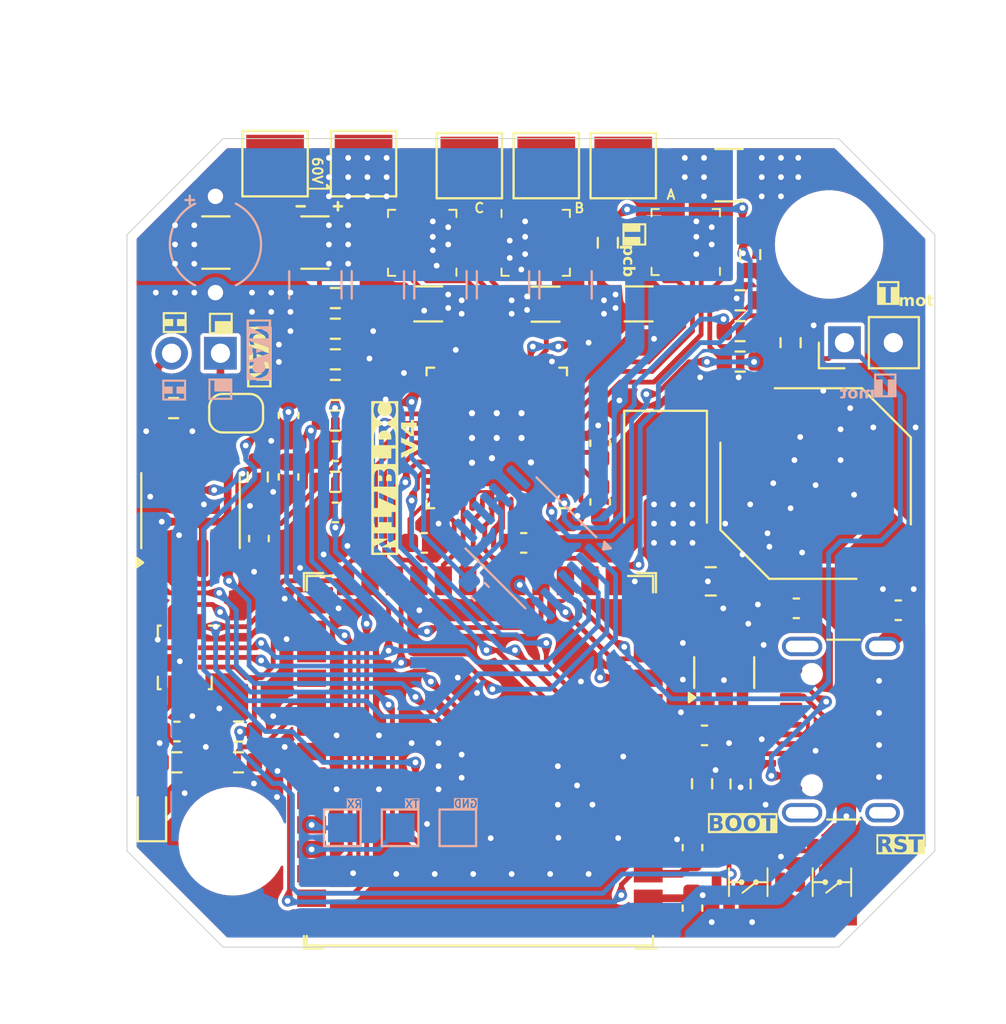
<source format=kicad_pcb>
(kicad_pcb
	(version 20240108)
	(generator "pcbnew")
	(generator_version "8.0")
	(general
		(thickness 1.6)
		(legacy_teardrops no)
	)
	(paper "A4")
	(title_block
		(comment 4 "AISLER Project ID: YMBROGBB")
	)
	(layers
		(0 "F.Cu" signal)
		(31 "B.Cu" signal)
		(32 "B.Adhes" user "B.Adhesive")
		(33 "F.Adhes" user "F.Adhesive")
		(34 "B.Paste" user)
		(35 "F.Paste" user)
		(36 "B.SilkS" user "B.Silkscreen")
		(37 "F.SilkS" user "F.Silkscreen")
		(38 "B.Mask" user)
		(39 "F.Mask" user)
		(40 "Dwgs.User" user "User.Drawings")
		(41 "Cmts.User" user "User.Comments")
		(42 "Eco1.User" user "User.Eco1")
		(43 "Eco2.User" user "User.Eco2")
		(44 "Edge.Cuts" user)
		(45 "Margin" user)
		(46 "B.CrtYd" user "B.Courtyard")
		(47 "F.CrtYd" user "F.Courtyard")
		(48 "B.Fab" user)
		(49 "F.Fab" user)
		(50 "User.1" user)
		(51 "User.2" user)
		(52 "User.3" user)
		(53 "User.4" user)
		(54 "User.5" user)
		(55 "User.6" user)
		(56 "User.7" user)
		(57 "User.8" user)
		(58 "User.9" user)
	)
	(setup
		(stackup
			(layer "F.SilkS"
				(type "Top Silk Screen")
			)
			(layer "F.Paste"
				(type "Top Solder Paste")
			)
			(layer "F.Mask"
				(type "Top Solder Mask")
				(thickness 0.01)
			)
			(layer "F.Cu"
				(type "copper")
				(thickness 0.035)
			)
			(layer "dielectric 1"
				(type "core")
				(thickness 1.51)
				(material "FR4")
				(epsilon_r 4.5)
				(loss_tangent 0.02)
			)
			(layer "B.Cu"
				(type "copper")
				(thickness 0.035)
			)
			(layer "B.Mask"
				(type "Bottom Solder Mask")
				(thickness 0.01)
			)
			(layer "B.Paste"
				(type "Bottom Solder Paste")
			)
			(layer "B.SilkS"
				(type "Bottom Silk Screen")
			)
			(copper_finish "None")
			(dielectric_constraints no)
		)
		(pad_to_mask_clearance 0)
		(allow_soldermask_bridges_in_footprints no)
		(pcbplotparams
			(layerselection 0x00010fc_ffffffff)
			(plot_on_all_layers_selection 0x0000000_00000000)
			(disableapertmacros no)
			(usegerberextensions no)
			(usegerberattributes yes)
			(usegerberadvancedattributes yes)
			(creategerberjobfile yes)
			(dashed_line_dash_ratio 12.000000)
			(dashed_line_gap_ratio 3.000000)
			(svgprecision 4)
			(plotframeref no)
			(viasonmask no)
			(mode 1)
			(useauxorigin no)
			(hpglpennumber 1)
			(hpglpenspeed 20)
			(hpglpendiameter 15.000000)
			(pdf_front_fp_property_popups yes)
			(pdf_back_fp_property_popups yes)
			(dxfpolygonmode yes)
			(dxfimperialunits yes)
			(dxfusepcbnewfont yes)
			(psnegative no)
			(psa4output no)
			(plotreference yes)
			(plotvalue yes)
			(plotfptext yes)
			(plotinvisibletext no)
			(sketchpadsonfab no)
			(subtractmaskfromsilk no)
			(outputformat 1)
			(mirror no)
			(drillshape 1)
			(scaleselection 1)
			(outputdirectory "")
		)
	)
	(net 0 "")
	(net 1 "Net-(U1-EN)")
	(net 2 "GND")
	(net 3 "Net-(U4-CPH)")
	(net 4 "Net-(U4-CPL)")
	(net 5 "Vdrive")
	(net 6 "Net-(U4-VCP)")
	(net 7 "+3.3V")
	(net 8 "/B_D+")
	(net 9 "INHC")
	(net 10 "unconnected-(U1-IO35-Pad28)")
	(net 11 "unconnected-(U1-IO36-Pad29)")
	(net 12 "INHA")
	(net 13 "unconnected-(U1-IO42-Pad35)")
	(net 14 "/B_D-")
	(net 15 "unconnected-(U1-IO37-Pad30)")
	(net 16 "Net-(D2-A)")
	(net 17 "SOA")
	(net 18 "MOTA")
	(net 19 "SOB")
	(net 20 "SOC")
	(net 21 "unconnected-(U1-IO40-Pad33)")
	(net 22 "MOTB")
	(net 23 "unconnected-(U1-IO41-Pad34)")
	(net 24 "unconnected-(U1-IO39-Pad32)")
	(net 25 "MOTC")
	(net 26 "INHB")
	(net 27 "/SPA")
	(net 28 "SPI_CLK")
	(net 29 "SPI_MOSI")
	(net 30 "SPI_DRV_nCS")
	(net 31 "SPI_MISO")
	(net 32 "R_TERM_EXT")
	(net 33 "R_TERM_PCB")
	(net 34 "/GHA")
	(net 35 "/GLA")
	(net 36 "/SPB")
	(net 37 "V_sense")
	(net 38 "/GHB")
	(net 39 "/GLB")
	(net 40 "unconnected-(J2-SBU2-PadB8)")
	(net 41 "unconnected-(J2-SBU1-PadA8)")
	(net 42 "/SPC")
	(net 43 "/Shield")
	(net 44 "/ESD_B_D-")
	(net 45 "/ESD_B_D+")
	(net 46 "Net-(J2-CC1)")
	(net 47 "/V_USB")
	(net 48 "Net-(J2-CC2)")
	(net 49 "/CAN_L")
	(net 50 "/CAN_H")
	(net 51 "/CAN_TX")
	(net 52 "/CAN_RX")
	(net 53 "Net-(U5-Rs)")
	(net 54 "A")
	(net 55 "B")
	(net 56 "/GHC")
	(net 57 "/GLC")
	(net 58 "/SOA_UNFILTERED")
	(net 59 "/SOB_UNFILTERED")
	(net 60 "/SOC_UNFILTERED")
	(net 61 "Net-(U4-EN_BUCK)")
	(net 62 "DRV_nFAULT")
	(net 63 "DRV_EN")
	(net 64 "HIZ")
	(net 65 "CAL")
	(net 66 "Net-(U4-CB)")
	(net 67 "Net-(D1-K)")
	(net 68 "Net-(U4-FB)")
	(net 69 "LED")
	(net 70 "/RX")
	(net 71 "/TX")
	(net 72 "Net-(U4-DVDD)")
	(net 73 "Net-(JP1-A)")
	(net 74 "SPI_ENC_nCS")
	(net 75 "unconnected-(U6-U-Pad10)")
	(net 76 "unconnected-(U6-V-Pad9)")
	(net 77 "unconnected-(U6-I{slash}PWM-Pad14)")
	(net 78 "unconnected-(U6-W{slash}PWM-Pad8)")
	(net 79 "ACC_INT")
	(net 80 "SPI_ACC_nCS")
	(net 81 "unconnected-(U8-NC-Pad2)")
	(net 82 "unconnected-(U8-NC-Pad10)")
	(net 83 "unconnected-(U8-NC-Pad11)")
	(net 84 "unconnected-(U8-NC-Pad3)")
	(net 85 "unconnected-(U8-INT2-Pad9)")
	(footprint "Resistor_SMD:R_0603_1608Metric" (layer "F.Cu") (at 81.875 60))
	(footprint "Resistor_SMD:R_0603_1608Metric" (layer "F.Cu") (at 79.9 83.5125 -90))
	(footprint "Connector_PinHeader_2.54mm:PinHeader_1x02_P2.54mm_Vertical" (layer "F.Cu") (at 54.86 61.15 -90))
	(footprint "Package_SO:SOIC-8_3.9x4.9mm_P1.27mm" (layer "F.Cu") (at 53.305 69.325 90))
	(footprint "Resistor_SMD:R_0603_1608Metric" (layer "F.Cu") (at 52.6 82.4 180))
	(footprint "PCM_Espressif:ESP32-S3-WROOM-1U" (layer "F.Cu") (at 68.35 82.47 180))
	(footprint "Capacitor_SMD:C_0603_1608Metric" (layer "F.Cu") (at 74.6 68.875 90))
	(footprint "Resistor_SMD:R_0603_1608Metric" (layer "F.Cu") (at 60.832421 61.465791))
	(footprint "Capacitor_SMD:C_0603_1608Metric" (layer "F.Cu") (at 79.4 89.975 -90))
	(footprint "Connector_PinHeader_2.54mm:PinHeader_1x02_P2.54mm_Vertical" (layer "F.Cu") (at 87.3 60.6 90))
	(footprint "Resistor_SMD:R_1206_3216Metric" (layer "F.Cu") (at 76.6 58.5875 180))
	(footprint "DRV8313PWP:VQFN-48_EP_7x7_Pitch0.5mm_RGZ0048A" (layer "F.Cu") (at 69.225 65.55 180))
	(footprint "Capacitor_SMD:C_0603_1608Metric" (layer "F.Cu") (at 79.4 86.825 90))
	(footprint "Capacitor_SMD:C_1210_3225Metric" (layer "F.Cu") (at 59.775001 55.4 180))
	(footprint "Resistor_SMD:R_1206_3216Metric" (layer "F.Cu") (at 71.7625 58.6 180))
	(footprint "Capacitor_SMD:C_0603_1608Metric" (layer "F.Cu") (at 60.832421 69.418939 180))
	(footprint "Resistor_SMD:R_0603_1608Metric_Pad0.98x0.95mm_HandSolder" (layer "F.Cu") (at 75 55.4125 -90))
	(footprint "Capacitor_SMD:C_0603_1608Metric" (layer "F.Cu") (at 84.8 74.4 180))
	(footprint "Jumper:SolderJumper-2_P1.3mm_Open_RoundedPad1.0x1.5mm" (layer "F.Cu") (at 55.675809 64.263463))
	(footprint "Capacitor_SMD:C_0805_2012Metric" (layer "F.Cu") (at 80.35 73 180))
	(footprint "DUALMOSFETS:PowerPAIR_3x3S_BWL" (layer "F.Cu") (at 65.35 55.4125 180))
	(footprint "Resistor_SMD:R_0603_1608Metric" (layer "F.Cu") (at 81.9 83.525 90))
	(footprint "TestPoint:TestPoint_Pad_3.0x3.0mm" (layer "F.Cu") (at 67.8 51.4 180))
	(footprint "TestPoint:TestPoint_Pad_3.0x3.0mm" (layer "F.Cu") (at 71.8 51.4 180))
	(footprint "CUI_TS21:TS21" (layer "F.Cu") (at 86.65 88.625 -90))
	(footprint "Resistor_SMD:R_0603_1608Metric" (layer "F.Cu") (at 82.4 56.025 90))
	(footprint "Capacitor_SMD:C_0603_1608Metric" (layer "F.Cu") (at 74.6 65.825 -90))
	(footprint "Resistor_SMD:R_0603_1608Metric" (layer "F.Cu") (at 60.832421 59.875162))
	(footprint "TestPoint:TestPoint_Pad_3.0x3.0mm" (layer "F.Cu") (at 62.3 51.3 -90))
	(footprint "Resistor_SMD:R_0603_1608Metric" (layer "F.Cu") (at 81.875 58.4))
	(footprint "Capacitor_SMD:C_0603_1608Metric" (layer "F.Cu") (at 52.6 80.8))
	(footprint "Resistor_SMD:R_0603_1608Metric" (layer "F.Cu") (at 55.8 82.4 180))
	(footprint "ICM-42670-P:LGA-14_2.5x3x0.76mm" (layer "F.Cu") (at 53.005 76.95 -90))
	(footprint "DUALMOSFETS:PowerPAIR_3x3S_BWL" (layer "F.Cu") (at 71.25 55.4125))
	(footprint "TestPoint:TestPoint_Pad_3.0x3.0mm" (layer "F.Cu") (at 57.7 51.3 -90))
	(footprint "CUI_TS21:TS21"
		(layer "F.Cu")
		(uuid "8769b6bb-86bd-4986-8785-8ec0a912c579")
		(at 82.3 88.625 -90)
		(property "Reference" "SW1"
			(at -0.05 -2.55 -90)
			(unlocked yes)
			(layer "F.SilkS")
			(hide yes)
			(uuid "712cbfdf-b385-45e0-ad11-b4ca834cb0fa")
			(effects
				(font
					(size 1 1)
					(thickness 0.1)
				)
			)
		)
		(property "Value" "BOOT"
			(at 0 1 -90)
			(unlocked yes)
			(layer "F.Fab")
			(uuid "1f73bd9b-5917-4786-9485-06bc5b104d57")
			(effects
				(font
					(size 1 1)
					(thickness 0.15)
				)
			)
		)
		(property "Footprint" "CUI_TS21:TS21"
			(at 0.15 -4.25 -90)
			(unlocked yes)
			(layer "F.Fab")
			(hide yes)
			(uuid "5a553c71-dd7a-4d15-b307-25119f2e7a30")
			(effects
				(font
					(size 1 1)
					(thickness 0.15)
				)
			)
		)
		(property "Datasheet" ""
			(at 0 0 -90)
			(unlocked yes)
			(layer "F.Fab")
			(hide yes)
			(uuid "b6f03c7a-7cce-4ed9-b563-8db83619b73d")
			(effects
				(font
					(size 1 1)
					(thickness 0.15)
				)
			)
		)
		(property "Description" ""
			(at 0 0 -90)
			(unlocked yes)
			(layer "F.Fab")
			(hide yes)
			(uuid "2e57e9d5-69a0-4463-ba75-
... [903031 chars truncated]
</source>
